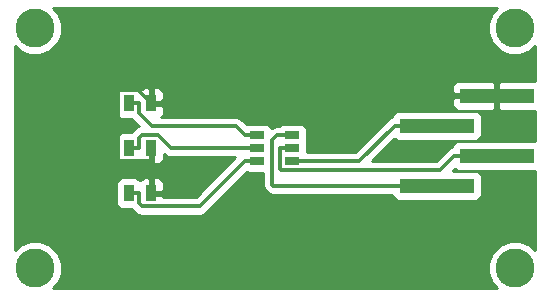
<source format=gtl>
G04 (created by PCBNEW-RS274X (2011-07-19)-testing) date Fri 02 Mar 2012 04:01:03 PM PST*
G01*
G70*
G90*
%MOIN*%
G04 Gerber Fmt 3.4, Leading zero omitted, Abs format*
%FSLAX34Y34*%
G04 APERTURE LIST*
%ADD10C,0.006000*%
%ADD11R,0.035000X0.055000*%
%ADD12R,0.051200X0.027600*%
%ADD13C,0.130000*%
%ADD14R,0.250000X0.050000*%
%ADD15C,0.012000*%
%ADD16C,0.010000*%
G04 APERTURE END LIST*
G54D10*
G54D11*
X34125Y-23500D03*
X34875Y-23500D03*
X34125Y-25000D03*
X34875Y-25000D03*
X34125Y-26500D03*
X34875Y-26500D03*
G54D12*
X39581Y-25433D03*
X39581Y-25000D03*
X39581Y-24567D03*
X38419Y-25433D03*
X38419Y-25000D03*
X38419Y-24567D03*
G54D13*
X31000Y-21000D03*
X31000Y-29000D03*
X47000Y-29000D03*
X47000Y-21000D03*
G54D14*
X44402Y-26250D03*
X46398Y-25250D03*
X44402Y-24250D03*
X46398Y-23250D03*
G54D15*
X39086Y-24567D02*
X39581Y-24567D01*
X38921Y-24732D02*
X39086Y-24567D01*
X38921Y-26216D02*
X38921Y-24732D01*
X38955Y-26250D02*
X38921Y-26216D01*
X44402Y-26250D02*
X38955Y-26250D01*
X39162Y-25702D02*
X39162Y-25000D01*
X39195Y-25735D02*
X39162Y-25702D01*
X44500Y-25735D02*
X39195Y-25735D01*
X44985Y-25250D02*
X44500Y-25735D01*
X46398Y-25250D02*
X44985Y-25250D01*
X39581Y-25000D02*
X39162Y-25000D01*
X41806Y-25433D02*
X39581Y-25433D01*
X42989Y-24250D02*
X41806Y-25433D01*
X44402Y-24250D02*
X42989Y-24250D01*
X35463Y-23250D02*
X35213Y-23500D01*
X46398Y-23250D02*
X35463Y-23250D01*
X34875Y-23500D02*
X35213Y-23500D01*
X34436Y-23061D02*
X34875Y-23500D01*
X33796Y-23061D02*
X34436Y-23061D01*
X33786Y-23071D02*
X33796Y-23061D01*
X33786Y-25410D02*
X33786Y-23071D01*
X33820Y-25444D02*
X33786Y-25410D01*
X34875Y-25444D02*
X33820Y-25444D01*
X34875Y-26500D02*
X34875Y-25444D01*
X34875Y-25444D02*
X34875Y-25000D01*
X34463Y-24662D02*
X34463Y-25000D01*
X34564Y-24561D02*
X34463Y-24662D01*
X35116Y-24561D02*
X34564Y-24561D01*
X35555Y-25000D02*
X35116Y-24561D01*
X38419Y-25000D02*
X35555Y-25000D01*
X34125Y-25000D02*
X34463Y-25000D01*
X36494Y-26939D02*
X38000Y-25433D01*
X34564Y-26939D02*
X36494Y-26939D01*
X34463Y-26838D02*
X34564Y-26939D01*
X34463Y-26500D02*
X34463Y-26838D01*
X34125Y-26500D02*
X34463Y-26500D01*
X38419Y-25433D02*
X38000Y-25433D01*
X37699Y-24266D02*
X38000Y-24567D01*
X34891Y-24266D02*
X37699Y-24266D01*
X34463Y-23838D02*
X34891Y-24266D01*
X34463Y-23500D02*
X34463Y-23838D01*
X34125Y-23500D02*
X34463Y-23500D01*
X38419Y-24567D02*
X38000Y-24567D01*
G54D10*
G36*
X47675Y-28402D02*
X47511Y-28238D01*
X47180Y-28100D01*
X46822Y-28100D01*
X46491Y-28237D01*
X46238Y-28489D01*
X46100Y-28820D01*
X46100Y-29178D01*
X46237Y-29509D01*
X46402Y-29675D01*
X31597Y-29675D01*
X31762Y-29511D01*
X31900Y-29180D01*
X31900Y-28822D01*
X31763Y-28491D01*
X31511Y-28238D01*
X31180Y-28100D01*
X30822Y-28100D01*
X30491Y-28237D01*
X30325Y-28402D01*
X30325Y-21597D01*
X30489Y-21762D01*
X30820Y-21900D01*
X31178Y-21900D01*
X31509Y-21763D01*
X31762Y-21511D01*
X31900Y-21180D01*
X31900Y-20822D01*
X31763Y-20491D01*
X31597Y-20325D01*
X46402Y-20325D01*
X46238Y-20489D01*
X46100Y-20820D01*
X46100Y-21178D01*
X46237Y-21509D01*
X46489Y-21762D01*
X46820Y-21900D01*
X47178Y-21900D01*
X47509Y-21763D01*
X47675Y-21597D01*
X47675Y-22751D01*
X47599Y-22751D01*
X46510Y-22750D01*
X46448Y-22812D01*
X46448Y-23150D01*
X46448Y-23200D01*
X46448Y-23300D01*
X46448Y-23350D01*
X46448Y-23688D01*
X46510Y-23750D01*
X47599Y-23749D01*
X47675Y-23749D01*
X47675Y-24751D01*
X47599Y-24751D01*
X46348Y-24751D01*
X46348Y-23688D01*
X46348Y-23300D01*
X46348Y-23200D01*
X46348Y-22812D01*
X46286Y-22750D01*
X45197Y-22751D01*
X45098Y-22751D01*
X45007Y-22789D01*
X44937Y-22859D01*
X44899Y-22951D01*
X44898Y-23138D01*
X44960Y-23200D01*
X46348Y-23200D01*
X46348Y-23300D01*
X44960Y-23300D01*
X44898Y-23362D01*
X44899Y-23549D01*
X44937Y-23641D01*
X45007Y-23711D01*
X45098Y-23749D01*
X45197Y-23749D01*
X46286Y-23750D01*
X46348Y-23688D01*
X46348Y-24751D01*
X45099Y-24751D01*
X45007Y-24789D01*
X44937Y-24859D01*
X44899Y-24950D01*
X44899Y-24957D01*
X44866Y-24964D01*
X44765Y-25031D01*
X44371Y-25425D01*
X42252Y-25425D01*
X42988Y-24688D01*
X43011Y-24711D01*
X43102Y-24749D01*
X43201Y-24749D01*
X45701Y-24749D01*
X45793Y-24711D01*
X45863Y-24641D01*
X45901Y-24550D01*
X45901Y-24451D01*
X45901Y-23951D01*
X45863Y-23859D01*
X45793Y-23789D01*
X45702Y-23751D01*
X45603Y-23751D01*
X43103Y-23751D01*
X43011Y-23789D01*
X42941Y-23859D01*
X42903Y-23950D01*
X42903Y-23957D01*
X42870Y-23964D01*
X42770Y-24031D01*
X41678Y-25123D01*
X40086Y-25123D01*
X40086Y-25089D01*
X40086Y-24813D01*
X40073Y-24783D01*
X40086Y-24755D01*
X40086Y-24656D01*
X40086Y-24380D01*
X40048Y-24288D01*
X39978Y-24218D01*
X39887Y-24180D01*
X39788Y-24180D01*
X39276Y-24180D01*
X39184Y-24218D01*
X39145Y-24257D01*
X39086Y-24257D01*
X38967Y-24281D01*
X38901Y-24325D01*
X38886Y-24288D01*
X38816Y-24218D01*
X38725Y-24180D01*
X38626Y-24180D01*
X38114Y-24180D01*
X38069Y-24198D01*
X37918Y-24047D01*
X37818Y-23980D01*
X37699Y-23956D01*
X35221Y-23956D01*
X35261Y-23916D01*
X35299Y-23825D01*
X35299Y-23726D01*
X35300Y-23612D01*
X35300Y-23388D01*
X35299Y-23274D01*
X35299Y-23175D01*
X35261Y-23084D01*
X35191Y-23014D01*
X35099Y-22976D01*
X34987Y-22975D01*
X34925Y-23037D01*
X34925Y-23450D01*
X35238Y-23450D01*
X35300Y-23388D01*
X35300Y-23612D01*
X35238Y-23550D01*
X34975Y-23550D01*
X34925Y-23550D01*
X34825Y-23550D01*
X34825Y-23450D01*
X34825Y-23400D01*
X34825Y-23037D01*
X34763Y-22975D01*
X34651Y-22976D01*
X34559Y-23014D01*
X34500Y-23073D01*
X34441Y-23014D01*
X34350Y-22976D01*
X34251Y-22976D01*
X33901Y-22976D01*
X33809Y-23014D01*
X33739Y-23084D01*
X33701Y-23175D01*
X33701Y-23274D01*
X33701Y-23824D01*
X33739Y-23916D01*
X33809Y-23986D01*
X33900Y-24024D01*
X33999Y-24024D01*
X34221Y-24024D01*
X34222Y-24024D01*
X34244Y-24057D01*
X34459Y-24272D01*
X34445Y-24275D01*
X34344Y-24342D01*
X34244Y-24443D01*
X34221Y-24476D01*
X33901Y-24476D01*
X33809Y-24514D01*
X33739Y-24584D01*
X33701Y-24675D01*
X33701Y-24774D01*
X33701Y-25324D01*
X33739Y-25416D01*
X33809Y-25486D01*
X33900Y-25524D01*
X33999Y-25524D01*
X34349Y-25524D01*
X34441Y-25486D01*
X34500Y-25427D01*
X34559Y-25486D01*
X34651Y-25524D01*
X34763Y-25525D01*
X34825Y-25463D01*
X34825Y-25100D01*
X34825Y-25050D01*
X34825Y-24950D01*
X34925Y-24950D01*
X34925Y-25050D01*
X34925Y-25100D01*
X34925Y-25463D01*
X34987Y-25525D01*
X35099Y-25524D01*
X35191Y-25486D01*
X35261Y-25416D01*
X35299Y-25325D01*
X35299Y-25226D01*
X35299Y-25183D01*
X35335Y-25219D01*
X35336Y-25219D01*
X35436Y-25286D01*
X35554Y-25309D01*
X35555Y-25310D01*
X37684Y-25310D01*
X36365Y-26629D01*
X35299Y-26629D01*
X35300Y-26612D01*
X35300Y-26388D01*
X35299Y-26274D01*
X35299Y-26175D01*
X35261Y-26084D01*
X35191Y-26014D01*
X35099Y-25976D01*
X34987Y-25975D01*
X34925Y-26037D01*
X34925Y-26450D01*
X35238Y-26450D01*
X35300Y-26388D01*
X35300Y-26612D01*
X35238Y-26550D01*
X34975Y-26550D01*
X34925Y-26550D01*
X34825Y-26550D01*
X34825Y-26450D01*
X34825Y-26400D01*
X34825Y-26037D01*
X34763Y-25975D01*
X34651Y-25976D01*
X34559Y-26014D01*
X34500Y-26073D01*
X34441Y-26014D01*
X34350Y-25976D01*
X34251Y-25976D01*
X33901Y-25976D01*
X33809Y-26014D01*
X33739Y-26084D01*
X33701Y-26175D01*
X33701Y-26274D01*
X33701Y-26824D01*
X33739Y-26916D01*
X33809Y-26986D01*
X33900Y-27024D01*
X33999Y-27024D01*
X34221Y-27024D01*
X34222Y-27024D01*
X34244Y-27057D01*
X34344Y-27158D01*
X34345Y-27158D01*
X34445Y-27225D01*
X34563Y-27248D01*
X34564Y-27249D01*
X36494Y-27249D01*
X36612Y-27225D01*
X36613Y-27225D01*
X36713Y-27158D01*
X38069Y-25802D01*
X38113Y-25820D01*
X38212Y-25820D01*
X38611Y-25820D01*
X38611Y-26216D01*
X38635Y-26335D01*
X38702Y-26435D01*
X38736Y-26469D01*
X38836Y-26536D01*
X38837Y-26536D01*
X38955Y-26560D01*
X42907Y-26560D01*
X42941Y-26641D01*
X43011Y-26711D01*
X43102Y-26749D01*
X43201Y-26749D01*
X45701Y-26749D01*
X45793Y-26711D01*
X45863Y-26641D01*
X45901Y-26550D01*
X45901Y-26451D01*
X45901Y-25951D01*
X45863Y-25859D01*
X45793Y-25789D01*
X45702Y-25751D01*
X45603Y-25751D01*
X44922Y-25751D01*
X44984Y-25688D01*
X45007Y-25711D01*
X45098Y-25749D01*
X45197Y-25749D01*
X47675Y-25749D01*
X47675Y-28402D01*
X47675Y-28402D01*
G37*
G54D16*
X47675Y-28402D02*
X47511Y-28238D01*
X47180Y-28100D01*
X46822Y-28100D01*
X46491Y-28237D01*
X46238Y-28489D01*
X46100Y-28820D01*
X46100Y-29178D01*
X46237Y-29509D01*
X46402Y-29675D01*
X31597Y-29675D01*
X31762Y-29511D01*
X31900Y-29180D01*
X31900Y-28822D01*
X31763Y-28491D01*
X31511Y-28238D01*
X31180Y-28100D01*
X30822Y-28100D01*
X30491Y-28237D01*
X30325Y-28402D01*
X30325Y-21597D01*
X30489Y-21762D01*
X30820Y-21900D01*
X31178Y-21900D01*
X31509Y-21763D01*
X31762Y-21511D01*
X31900Y-21180D01*
X31900Y-20822D01*
X31763Y-20491D01*
X31597Y-20325D01*
X46402Y-20325D01*
X46238Y-20489D01*
X46100Y-20820D01*
X46100Y-21178D01*
X46237Y-21509D01*
X46489Y-21762D01*
X46820Y-21900D01*
X47178Y-21900D01*
X47509Y-21763D01*
X47675Y-21597D01*
X47675Y-22751D01*
X47599Y-22751D01*
X46510Y-22750D01*
X46448Y-22812D01*
X46448Y-23150D01*
X46448Y-23200D01*
X46448Y-23300D01*
X46448Y-23350D01*
X46448Y-23688D01*
X46510Y-23750D01*
X47599Y-23749D01*
X47675Y-23749D01*
X47675Y-24751D01*
X47599Y-24751D01*
X46348Y-24751D01*
X46348Y-23688D01*
X46348Y-23300D01*
X46348Y-23200D01*
X46348Y-22812D01*
X46286Y-22750D01*
X45197Y-22751D01*
X45098Y-22751D01*
X45007Y-22789D01*
X44937Y-22859D01*
X44899Y-22951D01*
X44898Y-23138D01*
X44960Y-23200D01*
X46348Y-23200D01*
X46348Y-23300D01*
X44960Y-23300D01*
X44898Y-23362D01*
X44899Y-23549D01*
X44937Y-23641D01*
X45007Y-23711D01*
X45098Y-23749D01*
X45197Y-23749D01*
X46286Y-23750D01*
X46348Y-23688D01*
X46348Y-24751D01*
X45099Y-24751D01*
X45007Y-24789D01*
X44937Y-24859D01*
X44899Y-24950D01*
X44899Y-24957D01*
X44866Y-24964D01*
X44765Y-25031D01*
X44371Y-25425D01*
X42252Y-25425D01*
X42988Y-24688D01*
X43011Y-24711D01*
X43102Y-24749D01*
X43201Y-24749D01*
X45701Y-24749D01*
X45793Y-24711D01*
X45863Y-24641D01*
X45901Y-24550D01*
X45901Y-24451D01*
X45901Y-23951D01*
X45863Y-23859D01*
X45793Y-23789D01*
X45702Y-23751D01*
X45603Y-23751D01*
X43103Y-23751D01*
X43011Y-23789D01*
X42941Y-23859D01*
X42903Y-23950D01*
X42903Y-23957D01*
X42870Y-23964D01*
X42770Y-24031D01*
X41678Y-25123D01*
X40086Y-25123D01*
X40086Y-25089D01*
X40086Y-24813D01*
X40073Y-24783D01*
X40086Y-24755D01*
X40086Y-24656D01*
X40086Y-24380D01*
X40048Y-24288D01*
X39978Y-24218D01*
X39887Y-24180D01*
X39788Y-24180D01*
X39276Y-24180D01*
X39184Y-24218D01*
X39145Y-24257D01*
X39086Y-24257D01*
X38967Y-24281D01*
X38901Y-24325D01*
X38886Y-24288D01*
X38816Y-24218D01*
X38725Y-24180D01*
X38626Y-24180D01*
X38114Y-24180D01*
X38069Y-24198D01*
X37918Y-24047D01*
X37818Y-23980D01*
X37699Y-23956D01*
X35221Y-23956D01*
X35261Y-23916D01*
X35299Y-23825D01*
X35299Y-23726D01*
X35300Y-23612D01*
X35300Y-23388D01*
X35299Y-23274D01*
X35299Y-23175D01*
X35261Y-23084D01*
X35191Y-23014D01*
X35099Y-22976D01*
X34987Y-22975D01*
X34925Y-23037D01*
X34925Y-23450D01*
X35238Y-23450D01*
X35300Y-23388D01*
X35300Y-23612D01*
X35238Y-23550D01*
X34975Y-23550D01*
X34925Y-23550D01*
X34825Y-23550D01*
X34825Y-23450D01*
X34825Y-23400D01*
X34825Y-23037D01*
X34763Y-22975D01*
X34651Y-22976D01*
X34559Y-23014D01*
X34500Y-23073D01*
X34441Y-23014D01*
X34350Y-22976D01*
X34251Y-22976D01*
X33901Y-22976D01*
X33809Y-23014D01*
X33739Y-23084D01*
X33701Y-23175D01*
X33701Y-23274D01*
X33701Y-23824D01*
X33739Y-23916D01*
X33809Y-23986D01*
X33900Y-24024D01*
X33999Y-24024D01*
X34221Y-24024D01*
X34222Y-24024D01*
X34244Y-24057D01*
X34459Y-24272D01*
X34445Y-24275D01*
X34344Y-24342D01*
X34244Y-24443D01*
X34221Y-24476D01*
X33901Y-24476D01*
X33809Y-24514D01*
X33739Y-24584D01*
X33701Y-24675D01*
X33701Y-24774D01*
X33701Y-25324D01*
X33739Y-25416D01*
X33809Y-25486D01*
X33900Y-25524D01*
X33999Y-25524D01*
X34349Y-25524D01*
X34441Y-25486D01*
X34500Y-25427D01*
X34559Y-25486D01*
X34651Y-25524D01*
X34763Y-25525D01*
X34825Y-25463D01*
X34825Y-25100D01*
X34825Y-25050D01*
X34825Y-24950D01*
X34925Y-24950D01*
X34925Y-25050D01*
X34925Y-25100D01*
X34925Y-25463D01*
X34987Y-25525D01*
X35099Y-25524D01*
X35191Y-25486D01*
X35261Y-25416D01*
X35299Y-25325D01*
X35299Y-25226D01*
X35299Y-25183D01*
X35335Y-25219D01*
X35336Y-25219D01*
X35436Y-25286D01*
X35554Y-25309D01*
X35555Y-25310D01*
X37684Y-25310D01*
X36365Y-26629D01*
X35299Y-26629D01*
X35300Y-26612D01*
X35300Y-26388D01*
X35299Y-26274D01*
X35299Y-26175D01*
X35261Y-26084D01*
X35191Y-26014D01*
X35099Y-25976D01*
X34987Y-25975D01*
X34925Y-26037D01*
X34925Y-26450D01*
X35238Y-26450D01*
X35300Y-26388D01*
X35300Y-26612D01*
X35238Y-26550D01*
X34975Y-26550D01*
X34925Y-26550D01*
X34825Y-26550D01*
X34825Y-26450D01*
X34825Y-26400D01*
X34825Y-26037D01*
X34763Y-25975D01*
X34651Y-25976D01*
X34559Y-26014D01*
X34500Y-26073D01*
X34441Y-26014D01*
X34350Y-25976D01*
X34251Y-25976D01*
X33901Y-25976D01*
X33809Y-26014D01*
X33739Y-26084D01*
X33701Y-26175D01*
X33701Y-26274D01*
X33701Y-26824D01*
X33739Y-26916D01*
X33809Y-26986D01*
X33900Y-27024D01*
X33999Y-27024D01*
X34221Y-27024D01*
X34222Y-27024D01*
X34244Y-27057D01*
X34344Y-27158D01*
X34345Y-27158D01*
X34445Y-27225D01*
X34563Y-27248D01*
X34564Y-27249D01*
X36494Y-27249D01*
X36612Y-27225D01*
X36613Y-27225D01*
X36713Y-27158D01*
X38069Y-25802D01*
X38113Y-25820D01*
X38212Y-25820D01*
X38611Y-25820D01*
X38611Y-26216D01*
X38635Y-26335D01*
X38702Y-26435D01*
X38736Y-26469D01*
X38836Y-26536D01*
X38837Y-26536D01*
X38955Y-26560D01*
X42907Y-26560D01*
X42941Y-26641D01*
X43011Y-26711D01*
X43102Y-26749D01*
X43201Y-26749D01*
X45701Y-26749D01*
X45793Y-26711D01*
X45863Y-26641D01*
X45901Y-26550D01*
X45901Y-26451D01*
X45901Y-25951D01*
X45863Y-25859D01*
X45793Y-25789D01*
X45702Y-25751D01*
X45603Y-25751D01*
X44922Y-25751D01*
X44984Y-25688D01*
X45007Y-25711D01*
X45098Y-25749D01*
X45197Y-25749D01*
X47675Y-25749D01*
X47675Y-28402D01*
M02*

</source>
